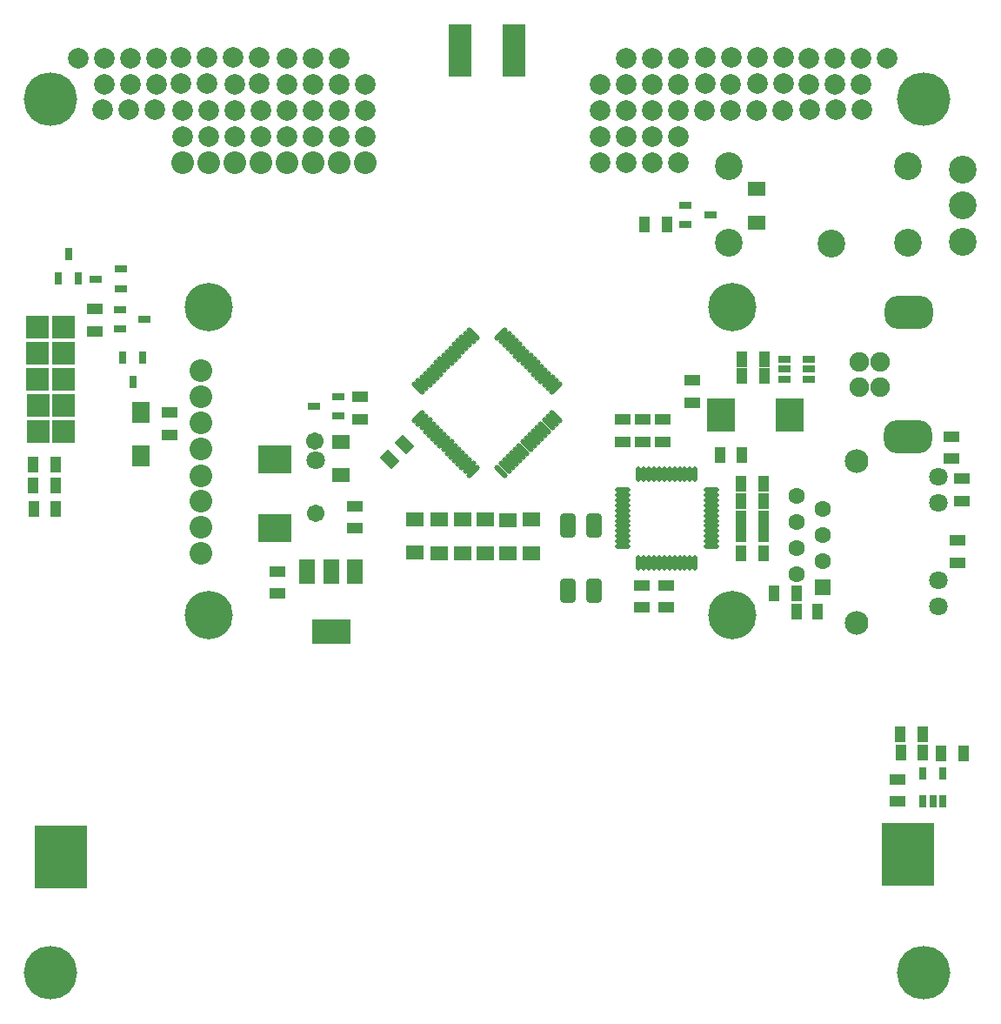
<source format=gbs>
G04*
G04 #@! TF.GenerationSoftware,Altium Limited,Altium Designer,21.0.8 (223)*
G04*
G04 Layer_Color=16711935*
%FSLAX44Y44*%
%MOMM*%
G71*
G04*
G04 #@! TF.SameCoordinates,C7DFD244-51E8-418D-9BDC-30C7F22D4A59*
G04*
G04*
G04 #@! TF.FilePolarity,Negative*
G04*
G01*
G75*
G04:AMPARAMS|DCode=29|XSize=1.6032mm|YSize=1.1032mm|CornerRadius=0mm|HoleSize=0mm|Usage=FLASHONLY|Rotation=135.000|XOffset=0mm|YOffset=0mm|HoleType=Round|Shape=Rectangle|*
%AMROTATEDRECTD29*
4,1,4,0.9569,-0.1768,0.1768,-0.9569,-0.9569,0.1768,-0.1768,0.9569,0.9569,-0.1768,0.0*
%
%ADD29ROTATEDRECTD29*%

%ADD30R,1.6032X1.1032*%
%ADD31R,1.1032X1.6032*%
%ADD32R,1.0532X1.5532*%
%ADD34R,2.2032X5.2032*%
%ADD37R,2.2032X2.2032*%
%ADD38C,1.8032*%
%ADD39C,1.9032*%
G04:AMPARAMS|DCode=40|XSize=3.2032mm|YSize=4.7032mm|CornerRadius=1.3016mm|HoleSize=0mm|Usage=FLASHONLY|Rotation=90.000|XOffset=0mm|YOffset=0mm|HoleType=Round|Shape=RoundedRectangle|*
%AMROUNDEDRECTD40*
21,1,3.2032,2.1000,0,0,90.0*
21,1,0.6000,4.7032,0,0,90.0*
1,1,2.6032,1.0500,0.3000*
1,1,2.6032,1.0500,-0.3000*
1,1,2.6032,-1.0500,-0.3000*
1,1,2.6032,-1.0500,0.3000*
%
%ADD40ROUNDEDRECTD40*%
%ADD41C,2.2032*%
%ADD42C,1.6032*%
%ADD43C,2.0032*%
%ADD44C,2.3032*%
%ADD45R,1.6032X1.6032*%
%ADD46C,2.7032*%
%ADD47C,1.7032*%
%ADD48C,4.7032*%
%ADD49C,5.2032*%
%ADD85R,5.2032X6.2032*%
%ADD86R,1.5532X1.0532*%
%ADD87R,3.2032X2.8032*%
%ADD88R,1.2032X0.8032*%
%ADD89R,0.8032X1.2032*%
%ADD90R,1.8032X1.4532*%
%ADD91O,1.5032X0.5032*%
%ADD92O,0.5032X1.5032*%
%ADD93R,2.8032X3.2032*%
%ADD94R,1.3032X0.8032*%
%ADD95R,0.8032X1.2532*%
G04:AMPARAMS|DCode=96|XSize=0.5032mm|YSize=1.6032mm|CornerRadius=0mm|HoleSize=0mm|Usage=FLASHONLY|Rotation=45.000|XOffset=0mm|YOffset=0mm|HoleType=Round|Shape=Round|*
%AMOVALD96*
21,1,1.1000,0.5032,0.0000,0.0000,135.0*
1,1,0.5032,0.3889,-0.3889*
1,1,0.5032,-0.3889,0.3889*
%
%ADD96OVALD96*%

G04:AMPARAMS|DCode=97|XSize=0.5032mm|YSize=1.6032mm|CornerRadius=0mm|HoleSize=0mm|Usage=FLASHONLY|Rotation=315.000|XOffset=0mm|YOffset=0mm|HoleType=Round|Shape=Round|*
%AMOVALD97*
21,1,1.1000,0.5032,0.0000,0.0000,45.0*
1,1,0.5032,-0.3889,-0.3889*
1,1,0.5032,0.3889,0.3889*
%
%ADD97OVALD97*%

%ADD98R,1.5032X2.3532*%
%ADD99R,3.7032X2.3532*%
G04:AMPARAMS|DCode=100|XSize=2.4032mm|YSize=1.6032mm|CornerRadius=0.4516mm|HoleSize=0mm|Usage=FLASHONLY|Rotation=90.000|XOffset=0mm|YOffset=0mm|HoleType=Round|Shape=RoundedRectangle|*
%AMROUNDEDRECTD100*
21,1,2.4032,0.7000,0,0,90.0*
21,1,1.5000,1.6032,0,0,90.0*
1,1,0.9032,0.3500,0.7500*
1,1,0.9032,0.3500,-0.7500*
1,1,0.9032,-0.3500,-0.7500*
1,1,0.9032,-0.3500,0.7500*
%
%ADD100ROUNDEDRECTD100*%
%ADD101R,1.7032X2.0032*%
D29*
X419675Y589175D02*
D03*
X404825Y574325D02*
D03*
D30*
X899500Y263250D02*
D03*
Y242250D02*
D03*
X952000Y596500D02*
D03*
X674250Y431000D02*
D03*
X651000Y431000D02*
D03*
X371621Y529000D02*
D03*
X296000Y444500D02*
D03*
X952000Y575500D02*
D03*
X674250Y452000D02*
D03*
X651000Y452000D02*
D03*
X296000Y465500D02*
D03*
X371621Y508000D02*
D03*
D31*
X903000Y289750D02*
D03*
X924000D02*
D03*
X726710Y578770D02*
D03*
X747710D02*
D03*
X822000Y426500D02*
D03*
X58980Y526270D02*
D03*
X801000Y426500D02*
D03*
X79980Y526270D02*
D03*
D32*
X675250Y803250D02*
D03*
X653250D02*
D03*
X80250Y549250D02*
D03*
X58250D02*
D03*
X58000Y570000D02*
D03*
X80000D02*
D03*
X902500Y307500D02*
D03*
X924500D02*
D03*
X963750Y288750D02*
D03*
X941750D02*
D03*
X747750Y656000D02*
D03*
X769750D02*
D03*
X747750Y672250D02*
D03*
X769750D02*
D03*
X769000Y483000D02*
D03*
X768750Y550750D02*
D03*
X746750Y550750D02*
D03*
X768750Y534250D02*
D03*
X746750D02*
D03*
X747000Y501500D02*
D03*
X769000Y501500D02*
D03*
X747000Y483000D02*
D03*
X747000Y517250D02*
D03*
X769000Y517250D02*
D03*
X779000Y444000D02*
D03*
X801000D02*
D03*
D34*
X474000Y972500D02*
D03*
X526000D02*
D03*
D37*
X87900Y601900D02*
D03*
Y626900D02*
D03*
X87500Y652500D02*
D03*
Y703300D02*
D03*
X62900Y601900D02*
D03*
Y626900D02*
D03*
X62500Y652500D02*
D03*
Y703300D02*
D03*
X87500Y677900D02*
D03*
X62500D02*
D03*
D38*
X332750Y573500D02*
D03*
X939197Y532442D02*
D03*
Y557842D02*
D03*
Y456750D02*
D03*
Y431350D02*
D03*
D39*
X862474Y644700D02*
D03*
X882474D02*
D03*
X861874Y669700D02*
D03*
X882474D02*
D03*
D40*
X909575Y597000D02*
D03*
X910574Y718000D02*
D03*
D41*
X221000Y635883D02*
D03*
Y661283D02*
D03*
Y508884D02*
D03*
Y534283D02*
D03*
Y558750D02*
D03*
Y585084D02*
D03*
Y610484D02*
D03*
Y483484D02*
D03*
X381000Y863600D02*
D03*
X330200D02*
D03*
X304800D02*
D03*
X279400D02*
D03*
X254000D02*
D03*
X228600D02*
D03*
X203200D02*
D03*
X355600D02*
D03*
D42*
X826700Y500946D02*
D03*
Y475546D02*
D03*
Y526346D02*
D03*
X801300Y539046D02*
D03*
Y513646D02*
D03*
Y488246D02*
D03*
Y462846D02*
D03*
D43*
X609600Y939800D02*
D03*
Y914400D02*
D03*
Y863600D02*
D03*
Y889000D02*
D03*
X381000Y914400D02*
D03*
Y939800D02*
D03*
Y889000D02*
D03*
X279400D02*
D03*
X254000D02*
D03*
X228600D02*
D03*
X203200D02*
D03*
X304800D02*
D03*
X330200D02*
D03*
X355600D02*
D03*
X304800Y914400D02*
D03*
X330200D02*
D03*
X355600D02*
D03*
X304800Y939800D02*
D03*
X330200D02*
D03*
X355600D02*
D03*
X304800Y965200D02*
D03*
X330200D02*
D03*
X355600D02*
D03*
X278013Y966200D02*
D03*
X252614D02*
D03*
X227213D02*
D03*
X201814D02*
D03*
X278013Y940800D02*
D03*
X227213D02*
D03*
X201814D02*
D03*
X177800Y965200D02*
D03*
X152400D02*
D03*
X127000D02*
D03*
X101600D02*
D03*
X177800Y939800D02*
D03*
X152400D02*
D03*
X127000D02*
D03*
X125613Y915400D02*
D03*
X151013D02*
D03*
X176413D02*
D03*
X254000Y939800D02*
D03*
X279400Y914400D02*
D03*
X254000D02*
D03*
X228600D02*
D03*
X203200D02*
D03*
X787400D02*
D03*
X762000D02*
D03*
X736600D02*
D03*
X711200D02*
D03*
X736600Y939800D02*
D03*
X814186Y915400D02*
D03*
X839586D02*
D03*
X864986D02*
D03*
X863600Y939800D02*
D03*
X838200D02*
D03*
X812800D02*
D03*
X889000Y965200D02*
D03*
X863600D02*
D03*
X838200D02*
D03*
X812800D02*
D03*
X788786Y940800D02*
D03*
X763387D02*
D03*
X712587D02*
D03*
X788786Y966200D02*
D03*
X763387D02*
D03*
X737987D02*
D03*
X712587D02*
D03*
X635000Y965200D02*
D03*
X660400D02*
D03*
X685800D02*
D03*
X635000Y939800D02*
D03*
X660400D02*
D03*
X685800D02*
D03*
X635000Y914400D02*
D03*
X660400D02*
D03*
X685800D02*
D03*
X635000Y889000D02*
D03*
X660400D02*
D03*
X685800D02*
D03*
Y863600D02*
D03*
X660400D02*
D03*
X635000D02*
D03*
D44*
X859695Y573346D02*
D03*
Y415846D02*
D03*
D45*
X826700Y450146D02*
D03*
D46*
X835000Y785000D02*
D03*
X735000Y785250D02*
D03*
X910000D02*
D03*
Y860250D02*
D03*
X735000D02*
D03*
X963375Y786626D02*
D03*
Y821625D02*
D03*
Y856625D02*
D03*
D47*
X333500Y522500D02*
D03*
X332500Y592500D02*
D03*
D48*
X229041Y423126D02*
D03*
Y723126D02*
D03*
X739041D02*
D03*
Y423126D02*
D03*
D49*
X75000Y75000D02*
D03*
X925000D02*
D03*
Y925000D02*
D03*
X75000D02*
D03*
D85*
X84926Y187870D02*
D03*
X909926Y190370D02*
D03*
D86*
X671250Y591500D02*
D03*
Y613500D02*
D03*
X190750Y620500D02*
D03*
Y598500D02*
D03*
X118250Y699000D02*
D03*
Y721000D02*
D03*
X376250Y635750D02*
D03*
Y613750D02*
D03*
X699500Y630062D02*
D03*
Y652063D02*
D03*
X958000Y474000D02*
D03*
Y496000D02*
D03*
X962000Y533750D02*
D03*
Y555750D02*
D03*
X632000Y613500D02*
D03*
Y591500D02*
D03*
X651750Y613500D02*
D03*
Y591500D02*
D03*
D87*
X293520Y574613D02*
D03*
Y507613D02*
D03*
D88*
X143250Y759750D02*
D03*
X143250Y740750D02*
D03*
X119250Y750250D02*
D03*
X166500Y711000D02*
D03*
X142500Y720500D02*
D03*
Y701500D02*
D03*
X693250Y803250D02*
D03*
X717250Y812750D02*
D03*
X693250Y822250D02*
D03*
X355480Y616980D02*
D03*
X331480Y626480D02*
D03*
X355480Y635980D02*
D03*
D89*
X92250Y774750D02*
D03*
X82750Y750750D02*
D03*
X101750D02*
D03*
X155000Y650000D02*
D03*
X164500Y674000D02*
D03*
X145500D02*
D03*
D90*
X357750Y559500D02*
D03*
Y592000D02*
D03*
X762552Y837714D02*
D03*
Y805214D02*
D03*
X430000Y516250D02*
D03*
Y483750D02*
D03*
X543000Y483500D02*
D03*
Y516000D02*
D03*
X453500D02*
D03*
Y483500D02*
D03*
X498500D02*
D03*
Y516000D02*
D03*
X476500D02*
D03*
Y483500D02*
D03*
X520500Y483250D02*
D03*
Y515750D02*
D03*
D91*
X718250Y535000D02*
D03*
Y505000D02*
D03*
X631750Y510000D02*
D03*
Y545000D02*
D03*
Y540000D02*
D03*
Y535000D02*
D03*
Y530000D02*
D03*
Y525000D02*
D03*
Y520000D02*
D03*
Y515000D02*
D03*
Y505000D02*
D03*
Y500000D02*
D03*
Y495000D02*
D03*
Y490000D02*
D03*
X718250Y490000D02*
D03*
Y495000D02*
D03*
Y500000D02*
D03*
Y510000D02*
D03*
Y515000D02*
D03*
Y520000D02*
D03*
Y525000D02*
D03*
Y530000D02*
D03*
Y540000D02*
D03*
Y545000D02*
D03*
D92*
X702500Y560750D02*
D03*
X687500Y474250D02*
D03*
X672500D02*
D03*
X697500D02*
D03*
Y560750D02*
D03*
X692500D02*
D03*
X687500D02*
D03*
X682500Y560750D02*
D03*
X677500Y560750D02*
D03*
X672500Y560750D02*
D03*
X667500D02*
D03*
X662500D02*
D03*
X657500D02*
D03*
X652500D02*
D03*
X647500D02*
D03*
Y474250D02*
D03*
X652500D02*
D03*
X657500D02*
D03*
X662500D02*
D03*
X667500D02*
D03*
X677500D02*
D03*
X682500D02*
D03*
X692500D02*
D03*
X702500D02*
D03*
D93*
X727500Y617500D02*
D03*
X794500D02*
D03*
D94*
X813254Y662500D02*
D03*
X789062Y671898D02*
D03*
Y662500D02*
D03*
X789254Y653000D02*
D03*
X813254D02*
D03*
Y672000D02*
D03*
D95*
X934000Y242250D02*
D03*
X943500D02*
D03*
X924500D02*
D03*
Y268750D02*
D03*
X943500D02*
D03*
D96*
X482676Y693286D02*
D03*
X436714Y647324D02*
D03*
X527931Y577321D02*
D03*
X517324Y566714D02*
D03*
X433178Y643789D02*
D03*
X440249Y650860D02*
D03*
X443785Y654395D02*
D03*
X447321Y657931D02*
D03*
X450856Y661466D02*
D03*
X454392Y665002D02*
D03*
X457927Y668537D02*
D03*
X461463Y672073D02*
D03*
X464998Y675608D02*
D03*
X468534Y679144D02*
D03*
X472069Y682680D02*
D03*
X475605Y686215D02*
D03*
X479140Y689751D02*
D03*
X486212Y696821D02*
D03*
X566822Y616211D02*
D03*
X563286Y612676D02*
D03*
X559751Y609141D02*
D03*
X556215Y605605D02*
D03*
X552679Y602069D02*
D03*
X549144Y598534D02*
D03*
X545608Y594998D02*
D03*
X542073Y591463D02*
D03*
X538537Y587927D02*
D03*
X535002Y584392D02*
D03*
X531466Y580856D02*
D03*
X524395Y573785D02*
D03*
X520860Y570250D02*
D03*
X513788Y563178D02*
D03*
D97*
X563286Y647324D02*
D03*
X447321Y602069D02*
D03*
X486212Y563178D02*
D03*
X482676Y566714D02*
D03*
X479140Y570250D02*
D03*
X475605Y573785D02*
D03*
X472069Y577321D02*
D03*
X468534Y580856D02*
D03*
X464998Y584392D02*
D03*
X461463Y587927D02*
D03*
X457927Y591463D02*
D03*
X454392Y594998D02*
D03*
X450856Y598534D02*
D03*
X443785Y605605D02*
D03*
X440249Y609141D02*
D03*
X436714Y612676D02*
D03*
X433178Y616211D02*
D03*
X513788Y696821D02*
D03*
X517324Y693286D02*
D03*
X520860Y689751D02*
D03*
X524395Y686215D02*
D03*
X527931Y682680D02*
D03*
X531466Y679144D02*
D03*
X535002Y675608D02*
D03*
X538537Y672073D02*
D03*
X542073Y668537D02*
D03*
X545608Y665002D02*
D03*
X549144Y661466D02*
D03*
X552679Y657931D02*
D03*
X556215Y654395D02*
D03*
X559751Y650860D02*
D03*
X566822Y643789D02*
D03*
D98*
X348000Y465250D02*
D03*
X325000D02*
D03*
X371000D02*
D03*
D99*
X348000Y406750D02*
D03*
D100*
X578600Y447000D02*
D03*
X604000D02*
D03*
Y510000D02*
D03*
X578600D02*
D03*
D101*
X163125Y578500D02*
D03*
Y620500D02*
D03*
M02*

</source>
